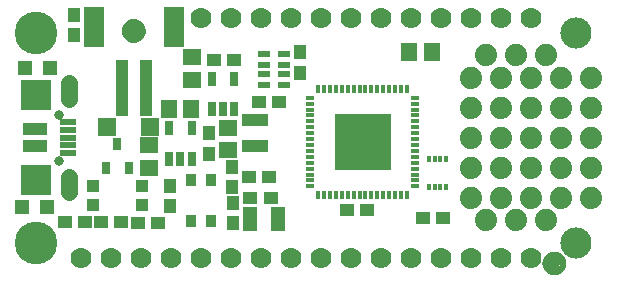
<source format=gbr>
G04 EAGLE Gerber RS-274X export*
G75*
%MOMM*%
%FSLAX34Y34*%
%LPD*%
%INSoldermask Top*%
%IPPOS*%
%AMOC8*
5,1,8,0,0,1.08239X$1,22.5*%
G01*
%ADD10C,2.641600*%
%ADD11R,1.601600X1.341600*%
%ADD12R,1.101600X1.176600*%
%ADD13R,1.341600X1.601600*%
%ADD14R,1.301600X1.301600*%
%ADD15R,1.176600X1.101600*%
%ADD16C,1.101600*%
%ADD17C,0.500000*%
%ADD18R,1.001600X1.001600*%
%ADD19C,3.617600*%
%ADD20C,0.801600*%
%ADD21R,2.514600X2.514600*%
%ADD22C,1.409600*%
%ADD23R,2.101600X1.101600*%
%ADD24R,1.450000X0.500000*%
%ADD25R,0.651600X1.301600*%
%ADD26C,1.778000*%
%ADD27R,1.101600X4.701600*%
%ADD28R,1.701600X3.501600*%
%ADD29R,1.201600X2.001600*%
%ADD30R,0.951600X1.101600*%
%ADD31R,0.376600X0.601600*%
%ADD32R,1.501600X1.501600*%
%ADD33R,0.736600X1.117600*%
%ADD34R,1.001600X0.551600*%
%ADD35R,0.321600X0.801600*%
%ADD36R,0.801600X0.321600*%
%ADD37R,4.801600X4.801600*%
%ADD38R,2.301600X1.117600*%
%ADD39C,1.879600*%


D10*
X482600Y203200D03*
X482600Y25400D03*
D11*
X120415Y107875D03*
X120415Y88875D03*
D12*
X249090Y169302D03*
X249090Y186302D03*
D13*
X137785Y138580D03*
X156785Y138580D03*
D14*
X15950Y173590D03*
X36950Y173590D03*
D15*
X111388Y42176D03*
X128388Y42176D03*
D12*
X57150Y218050D03*
X57150Y201050D03*
D16*
X107950Y204470D03*
D17*
X115450Y204470D02*
X115448Y204651D01*
X115441Y204832D01*
X115430Y205013D01*
X115415Y205194D01*
X115395Y205374D01*
X115371Y205554D01*
X115343Y205733D01*
X115310Y205911D01*
X115273Y206088D01*
X115232Y206265D01*
X115187Y206440D01*
X115137Y206615D01*
X115083Y206788D01*
X115025Y206959D01*
X114963Y207130D01*
X114896Y207298D01*
X114826Y207465D01*
X114752Y207631D01*
X114673Y207794D01*
X114591Y207955D01*
X114505Y208115D01*
X114415Y208272D01*
X114321Y208427D01*
X114224Y208580D01*
X114122Y208730D01*
X114018Y208878D01*
X113909Y209024D01*
X113798Y209166D01*
X113682Y209306D01*
X113564Y209443D01*
X113442Y209578D01*
X113317Y209709D01*
X113189Y209837D01*
X113058Y209962D01*
X112923Y210084D01*
X112786Y210202D01*
X112646Y210318D01*
X112504Y210429D01*
X112358Y210538D01*
X112210Y210642D01*
X112060Y210744D01*
X111907Y210841D01*
X111752Y210935D01*
X111595Y211025D01*
X111435Y211111D01*
X111274Y211193D01*
X111111Y211272D01*
X110945Y211346D01*
X110778Y211416D01*
X110610Y211483D01*
X110439Y211545D01*
X110268Y211603D01*
X110095Y211657D01*
X109920Y211707D01*
X109745Y211752D01*
X109568Y211793D01*
X109391Y211830D01*
X109213Y211863D01*
X109034Y211891D01*
X108854Y211915D01*
X108674Y211935D01*
X108493Y211950D01*
X108312Y211961D01*
X108131Y211968D01*
X107950Y211970D01*
X115450Y204470D02*
X115448Y204289D01*
X115441Y204108D01*
X115430Y203927D01*
X115415Y203746D01*
X115395Y203566D01*
X115371Y203386D01*
X115343Y203207D01*
X115310Y203029D01*
X115273Y202852D01*
X115232Y202675D01*
X115187Y202500D01*
X115137Y202325D01*
X115083Y202152D01*
X115025Y201981D01*
X114963Y201810D01*
X114896Y201642D01*
X114826Y201475D01*
X114752Y201309D01*
X114673Y201146D01*
X114591Y200985D01*
X114505Y200825D01*
X114415Y200668D01*
X114321Y200513D01*
X114224Y200360D01*
X114122Y200210D01*
X114018Y200062D01*
X113909Y199916D01*
X113798Y199774D01*
X113682Y199634D01*
X113564Y199497D01*
X113442Y199362D01*
X113317Y199231D01*
X113189Y199103D01*
X113058Y198978D01*
X112923Y198856D01*
X112786Y198738D01*
X112646Y198622D01*
X112504Y198511D01*
X112358Y198402D01*
X112210Y198298D01*
X112060Y198196D01*
X111907Y198099D01*
X111752Y198005D01*
X111595Y197915D01*
X111435Y197829D01*
X111274Y197747D01*
X111111Y197668D01*
X110945Y197594D01*
X110778Y197524D01*
X110610Y197457D01*
X110439Y197395D01*
X110268Y197337D01*
X110095Y197283D01*
X109920Y197233D01*
X109745Y197188D01*
X109568Y197147D01*
X109391Y197110D01*
X109213Y197077D01*
X109034Y197049D01*
X108854Y197025D01*
X108674Y197005D01*
X108493Y196990D01*
X108312Y196979D01*
X108131Y196972D01*
X107950Y196970D01*
X107769Y196972D01*
X107588Y196979D01*
X107407Y196990D01*
X107226Y197005D01*
X107046Y197025D01*
X106866Y197049D01*
X106687Y197077D01*
X106509Y197110D01*
X106332Y197147D01*
X106155Y197188D01*
X105980Y197233D01*
X105805Y197283D01*
X105632Y197337D01*
X105461Y197395D01*
X105290Y197457D01*
X105122Y197524D01*
X104955Y197594D01*
X104789Y197668D01*
X104626Y197747D01*
X104465Y197829D01*
X104305Y197915D01*
X104148Y198005D01*
X103993Y198099D01*
X103840Y198196D01*
X103690Y198298D01*
X103542Y198402D01*
X103396Y198511D01*
X103254Y198622D01*
X103114Y198738D01*
X102977Y198856D01*
X102842Y198978D01*
X102711Y199103D01*
X102583Y199231D01*
X102458Y199362D01*
X102336Y199497D01*
X102218Y199634D01*
X102102Y199774D01*
X101991Y199916D01*
X101882Y200062D01*
X101778Y200210D01*
X101676Y200360D01*
X101579Y200513D01*
X101485Y200668D01*
X101395Y200825D01*
X101309Y200985D01*
X101227Y201146D01*
X101148Y201309D01*
X101074Y201475D01*
X101004Y201642D01*
X100937Y201810D01*
X100875Y201981D01*
X100817Y202152D01*
X100763Y202325D01*
X100713Y202500D01*
X100668Y202675D01*
X100627Y202852D01*
X100590Y203029D01*
X100557Y203207D01*
X100529Y203386D01*
X100505Y203566D01*
X100485Y203746D01*
X100470Y203927D01*
X100459Y204108D01*
X100452Y204289D01*
X100450Y204470D01*
X100452Y204651D01*
X100459Y204832D01*
X100470Y205013D01*
X100485Y205194D01*
X100505Y205374D01*
X100529Y205554D01*
X100557Y205733D01*
X100590Y205911D01*
X100627Y206088D01*
X100668Y206265D01*
X100713Y206440D01*
X100763Y206615D01*
X100817Y206788D01*
X100875Y206959D01*
X100937Y207130D01*
X101004Y207298D01*
X101074Y207465D01*
X101148Y207631D01*
X101227Y207794D01*
X101309Y207955D01*
X101395Y208115D01*
X101485Y208272D01*
X101579Y208427D01*
X101676Y208580D01*
X101778Y208730D01*
X101882Y208878D01*
X101991Y209024D01*
X102102Y209166D01*
X102218Y209306D01*
X102336Y209443D01*
X102458Y209578D01*
X102583Y209709D01*
X102711Y209837D01*
X102842Y209962D01*
X102977Y210084D01*
X103114Y210202D01*
X103254Y210318D01*
X103396Y210429D01*
X103542Y210538D01*
X103690Y210642D01*
X103840Y210744D01*
X103993Y210841D01*
X104148Y210935D01*
X104305Y211025D01*
X104465Y211111D01*
X104626Y211193D01*
X104789Y211272D01*
X104955Y211346D01*
X105122Y211416D01*
X105290Y211483D01*
X105461Y211545D01*
X105632Y211603D01*
X105805Y211657D01*
X105980Y211707D01*
X106155Y211752D01*
X106332Y211793D01*
X106509Y211830D01*
X106687Y211863D01*
X106866Y211891D01*
X107046Y211915D01*
X107226Y211935D01*
X107407Y211950D01*
X107588Y211961D01*
X107769Y211968D01*
X107950Y211970D01*
D16*
X464022Y7690D03*
D17*
X471522Y7690D02*
X471520Y7871D01*
X471513Y8052D01*
X471502Y8233D01*
X471487Y8414D01*
X471467Y8594D01*
X471443Y8774D01*
X471415Y8953D01*
X471382Y9131D01*
X471345Y9308D01*
X471304Y9485D01*
X471259Y9660D01*
X471209Y9835D01*
X471155Y10008D01*
X471097Y10179D01*
X471035Y10350D01*
X470968Y10518D01*
X470898Y10685D01*
X470824Y10851D01*
X470745Y11014D01*
X470663Y11175D01*
X470577Y11335D01*
X470487Y11492D01*
X470393Y11647D01*
X470296Y11800D01*
X470194Y11950D01*
X470090Y12098D01*
X469981Y12244D01*
X469870Y12386D01*
X469754Y12526D01*
X469636Y12663D01*
X469514Y12798D01*
X469389Y12929D01*
X469261Y13057D01*
X469130Y13182D01*
X468995Y13304D01*
X468858Y13422D01*
X468718Y13538D01*
X468576Y13649D01*
X468430Y13758D01*
X468282Y13862D01*
X468132Y13964D01*
X467979Y14061D01*
X467824Y14155D01*
X467667Y14245D01*
X467507Y14331D01*
X467346Y14413D01*
X467183Y14492D01*
X467017Y14566D01*
X466850Y14636D01*
X466682Y14703D01*
X466511Y14765D01*
X466340Y14823D01*
X466167Y14877D01*
X465992Y14927D01*
X465817Y14972D01*
X465640Y15013D01*
X465463Y15050D01*
X465285Y15083D01*
X465106Y15111D01*
X464926Y15135D01*
X464746Y15155D01*
X464565Y15170D01*
X464384Y15181D01*
X464203Y15188D01*
X464022Y15190D01*
X471522Y7690D02*
X471520Y7509D01*
X471513Y7328D01*
X471502Y7147D01*
X471487Y6966D01*
X471467Y6786D01*
X471443Y6606D01*
X471415Y6427D01*
X471382Y6249D01*
X471345Y6072D01*
X471304Y5895D01*
X471259Y5720D01*
X471209Y5545D01*
X471155Y5372D01*
X471097Y5201D01*
X471035Y5030D01*
X470968Y4862D01*
X470898Y4695D01*
X470824Y4529D01*
X470745Y4366D01*
X470663Y4205D01*
X470577Y4045D01*
X470487Y3888D01*
X470393Y3733D01*
X470296Y3580D01*
X470194Y3430D01*
X470090Y3282D01*
X469981Y3136D01*
X469870Y2994D01*
X469754Y2854D01*
X469636Y2717D01*
X469514Y2582D01*
X469389Y2451D01*
X469261Y2323D01*
X469130Y2198D01*
X468995Y2076D01*
X468858Y1958D01*
X468718Y1842D01*
X468576Y1731D01*
X468430Y1622D01*
X468282Y1518D01*
X468132Y1416D01*
X467979Y1319D01*
X467824Y1225D01*
X467667Y1135D01*
X467507Y1049D01*
X467346Y967D01*
X467183Y888D01*
X467017Y814D01*
X466850Y744D01*
X466682Y677D01*
X466511Y615D01*
X466340Y557D01*
X466167Y503D01*
X465992Y453D01*
X465817Y408D01*
X465640Y367D01*
X465463Y330D01*
X465285Y297D01*
X465106Y269D01*
X464926Y245D01*
X464746Y225D01*
X464565Y210D01*
X464384Y199D01*
X464203Y192D01*
X464022Y190D01*
X463841Y192D01*
X463660Y199D01*
X463479Y210D01*
X463298Y225D01*
X463118Y245D01*
X462938Y269D01*
X462759Y297D01*
X462581Y330D01*
X462404Y367D01*
X462227Y408D01*
X462052Y453D01*
X461877Y503D01*
X461704Y557D01*
X461533Y615D01*
X461362Y677D01*
X461194Y744D01*
X461027Y814D01*
X460861Y888D01*
X460698Y967D01*
X460537Y1049D01*
X460377Y1135D01*
X460220Y1225D01*
X460065Y1319D01*
X459912Y1416D01*
X459762Y1518D01*
X459614Y1622D01*
X459468Y1731D01*
X459326Y1842D01*
X459186Y1958D01*
X459049Y2076D01*
X458914Y2198D01*
X458783Y2323D01*
X458655Y2451D01*
X458530Y2582D01*
X458408Y2717D01*
X458290Y2854D01*
X458174Y2994D01*
X458063Y3136D01*
X457954Y3282D01*
X457850Y3430D01*
X457748Y3580D01*
X457651Y3733D01*
X457557Y3888D01*
X457467Y4045D01*
X457381Y4205D01*
X457299Y4366D01*
X457220Y4529D01*
X457146Y4695D01*
X457076Y4862D01*
X457009Y5030D01*
X456947Y5201D01*
X456889Y5372D01*
X456835Y5545D01*
X456785Y5720D01*
X456740Y5895D01*
X456699Y6072D01*
X456662Y6249D01*
X456629Y6427D01*
X456601Y6606D01*
X456577Y6786D01*
X456557Y6966D01*
X456542Y7147D01*
X456531Y7328D01*
X456524Y7509D01*
X456522Y7690D01*
X456524Y7871D01*
X456531Y8052D01*
X456542Y8233D01*
X456557Y8414D01*
X456577Y8594D01*
X456601Y8774D01*
X456629Y8953D01*
X456662Y9131D01*
X456699Y9308D01*
X456740Y9485D01*
X456785Y9660D01*
X456835Y9835D01*
X456889Y10008D01*
X456947Y10179D01*
X457009Y10350D01*
X457076Y10518D01*
X457146Y10685D01*
X457220Y10851D01*
X457299Y11014D01*
X457381Y11175D01*
X457467Y11335D01*
X457557Y11492D01*
X457651Y11647D01*
X457748Y11800D01*
X457850Y11950D01*
X457954Y12098D01*
X458063Y12244D01*
X458174Y12386D01*
X458290Y12526D01*
X458408Y12663D01*
X458530Y12798D01*
X458655Y12929D01*
X458783Y13057D01*
X458914Y13182D01*
X459049Y13304D01*
X459186Y13422D01*
X459326Y13538D01*
X459468Y13649D01*
X459614Y13758D01*
X459762Y13862D01*
X459912Y13964D01*
X460065Y14061D01*
X460220Y14155D01*
X460377Y14245D01*
X460537Y14331D01*
X460698Y14413D01*
X460861Y14492D01*
X461027Y14566D01*
X461194Y14636D01*
X461362Y14703D01*
X461533Y14765D01*
X461704Y14823D01*
X461877Y14877D01*
X462052Y14927D01*
X462227Y14972D01*
X462404Y15013D01*
X462581Y15050D01*
X462759Y15083D01*
X462938Y15111D01*
X463118Y15135D01*
X463298Y15155D01*
X463479Y15170D01*
X463660Y15181D01*
X463841Y15188D01*
X464022Y15190D01*
D18*
X73480Y57405D03*
X73480Y73405D03*
X114480Y73405D03*
X114480Y57405D03*
D19*
X25400Y203200D03*
X25400Y25400D03*
D20*
X44450Y133800D03*
X44450Y94800D03*
D21*
X25450Y78300D03*
X25450Y150300D03*
D22*
X53450Y147300D02*
X53450Y160380D01*
X53450Y81300D02*
X53450Y68220D01*
D23*
X24450Y121800D03*
X24450Y106800D03*
D24*
X52200Y127300D03*
X52200Y120800D03*
X52200Y114300D03*
X52200Y107800D03*
X52200Y101300D03*
D25*
X137820Y96219D03*
X147320Y96219D03*
X156820Y96219D03*
X156820Y122221D03*
X137820Y122221D03*
D26*
X444500Y12700D03*
X419100Y12700D03*
X393700Y12700D03*
X368300Y12700D03*
X342900Y12700D03*
X317500Y12700D03*
X292100Y12700D03*
X266700Y12700D03*
X241300Y12700D03*
X215900Y12700D03*
X190500Y12700D03*
X165100Y12700D03*
X139700Y12700D03*
X114300Y12700D03*
X88900Y12700D03*
X63500Y12700D03*
D27*
X97950Y156040D03*
X117950Y156040D03*
D28*
X73950Y208040D03*
X141950Y208040D03*
D26*
X165100Y215900D03*
X190500Y215900D03*
X215900Y215900D03*
X241300Y215900D03*
X266700Y215900D03*
X292100Y215900D03*
X317500Y215900D03*
X342900Y215900D03*
X368300Y215900D03*
X393700Y215900D03*
X419100Y215900D03*
X444500Y215900D03*
D25*
X174015Y138129D03*
X183515Y138129D03*
X193015Y138129D03*
X193015Y164131D03*
X174015Y164131D03*
D14*
X34630Y55880D03*
X13630Y55880D03*
D15*
X49793Y42545D03*
X66793Y42545D03*
D11*
X157480Y182220D03*
X157480Y163220D03*
D15*
X175650Y179705D03*
X192650Y179705D03*
D12*
X192024Y42173D03*
X192024Y59173D03*
D15*
X223765Y63500D03*
X206765Y63500D03*
D29*
X206059Y44958D03*
X230059Y44958D03*
D13*
X341147Y186690D03*
X360147Y186690D03*
D30*
X173596Y78587D03*
X173596Y43587D03*
X156096Y78587D03*
X156096Y43587D03*
D31*
X357625Y72328D03*
X362625Y72328D03*
X367625Y72328D03*
X372625Y72328D03*
X357625Y96328D03*
X362625Y96328D03*
X367625Y96328D03*
X372625Y96328D03*
D15*
X369688Y46482D03*
X352688Y46482D03*
D12*
X191262Y72145D03*
X191262Y89145D03*
D15*
X305122Y52628D03*
X288122Y52628D03*
X97400Y42545D03*
X80400Y42545D03*
D32*
X122005Y123190D03*
X85005Y123190D03*
D33*
X93980Y108425D03*
X103480Y88425D03*
X84480Y88425D03*
D34*
X218195Y159085D03*
X235195Y159085D03*
X218195Y168085D03*
X218195Y176085D03*
X218195Y185085D03*
X235195Y185085D03*
X235195Y168085D03*
X235195Y176085D03*
D12*
X171450Y100720D03*
X171450Y117720D03*
X138557Y73524D03*
X138557Y56524D03*
D15*
X205495Y80645D03*
X222495Y80645D03*
D35*
X264125Y65990D03*
X269125Y65990D03*
X274125Y65990D03*
X279125Y65990D03*
X284125Y65990D03*
X289125Y65990D03*
X294125Y65990D03*
X299125Y65990D03*
X304125Y65990D03*
X309125Y65990D03*
X314125Y65990D03*
X319125Y65990D03*
X324125Y65990D03*
X329125Y65990D03*
X334125Y65990D03*
X339125Y65990D03*
D36*
X346125Y72990D03*
X346125Y77990D03*
X346125Y82990D03*
X346125Y87990D03*
X346125Y92990D03*
X346125Y97990D03*
X346125Y102990D03*
X346125Y107990D03*
X346125Y112990D03*
X346125Y117990D03*
X346125Y122990D03*
X346125Y127990D03*
X346125Y132990D03*
X346125Y137990D03*
X346125Y142990D03*
X346125Y147990D03*
D35*
X339125Y154990D03*
X334125Y154990D03*
X329125Y154990D03*
X324125Y154990D03*
X319125Y154990D03*
X314125Y154990D03*
X309125Y154990D03*
X304125Y154990D03*
X299125Y154990D03*
X294125Y154990D03*
X289125Y154990D03*
X284125Y154990D03*
X279125Y154990D03*
X274125Y154990D03*
X269125Y154990D03*
X264125Y154990D03*
D36*
X257125Y147990D03*
X257125Y142990D03*
X257125Y137990D03*
X257125Y132990D03*
X257125Y127990D03*
X257125Y122990D03*
X257125Y117990D03*
X257125Y112990D03*
X257125Y107990D03*
X257125Y102990D03*
X257125Y97990D03*
X257125Y92990D03*
X257125Y87990D03*
X257125Y82990D03*
X257125Y77990D03*
X257125Y72990D03*
D37*
X301625Y110490D03*
D11*
X187960Y122530D03*
X187960Y103530D03*
D38*
X210820Y129380D03*
X210820Y106840D03*
D15*
X230750Y144145D03*
X213750Y144145D03*
D39*
X457200Y44450D03*
X431800Y44450D03*
X406400Y44450D03*
X406400Y184150D03*
X431800Y184150D03*
X457200Y184150D03*
X419100Y139700D03*
X495300Y165100D03*
X469900Y165100D03*
X444500Y165100D03*
X419100Y165100D03*
X419100Y63500D03*
X419100Y88900D03*
X419100Y114300D03*
X444500Y114300D03*
X444500Y139700D03*
X469900Y139700D03*
X495300Y139700D03*
X495300Y114300D03*
X469900Y114300D03*
X444500Y88900D03*
X469900Y88900D03*
X495300Y88900D03*
X495300Y63500D03*
X469900Y63500D03*
X444500Y63500D03*
X393700Y165100D03*
X393700Y139700D03*
X393700Y114300D03*
X393700Y88900D03*
X393700Y63500D03*
M02*

</source>
